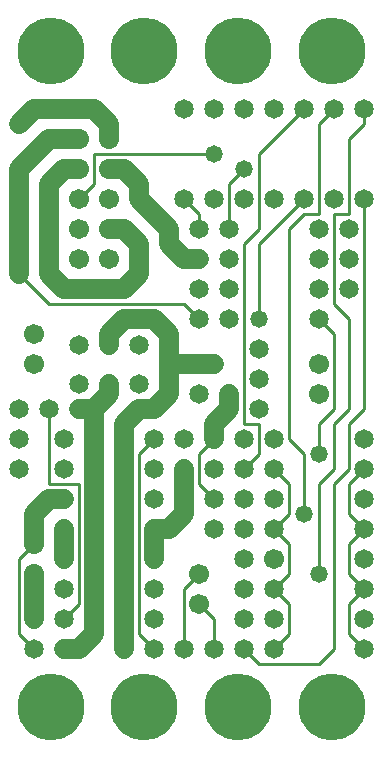
<source format=gtl>
%MOIN*%
%FSLAX25Y25*%
G04 D10 used for Character Trace; *
G04     Circle (OD=.01000) (No hole)*
G04 D11 used for Power Trace; *
G04     Circle (OD=.06500) (No hole)*
G04 D12 used for Signal Trace; *
G04     Circle (OD=.01100) (No hole)*
G04 D13 used for Via; *
G04     Circle (OD=.05800) (Round. Hole ID=.02800)*
G04 D14 used for Component hole; *
G04     Circle (OD=.06500) (Round. Hole ID=.03500)*
G04 D15 used for Component hole; *
G04     Circle (OD=.06700) (Round. Hole ID=.04300)*
G04 D16 used for Component hole; *
G04     Circle (OD=.08100) (Round. Hole ID=.05100)*
G04 D17 used for Component hole; *
G04     Circle (OD=.08900) (Round. Hole ID=.05900)*
G04 D18 used for Component hole; *
G04     Circle (OD=.11300) (Round. Hole ID=.08300)*
G04 D19 used for Component hole; *
G04     Circle (OD=.16000) (Round. Hole ID=.13000)*
G04 D20 used for Component hole; *
G04     Circle (OD=.18300) (Round. Hole ID=.15300)*
G04 D21 used for Component hole; *
G04     Circle (OD=.22291) (Round. Hole ID=.19291)*
%ADD10C,.01000*%
%ADD11C,.06500*%
%ADD12C,.01100*%
%ADD13C,.05800*%
%ADD14C,.06500*%
%ADD15C,.06700*%
%ADD16C,.08100*%
%ADD17C,.08900*%
%ADD18C,.11300*%
%ADD19C,.16000*%
%ADD20C,.18300*%
%ADD21C,.22291*%
%IPPOS*%
%LPD*%
G90*X0Y0D02*D21*X15625Y15625D03*D11*              
X20000Y35000D02*X25000D01*D14*X20000D03*D11*      
X25000D02*X30000Y40000D01*Y115000D01*X25000D01*   
D14*D03*D11*X30000D02*X35000Y120000D01*Y123500D01*
D14*D03*D11*X40000Y110000D02*X45000Y115000D01*    
X40000Y75000D02*Y110000D01*D13*Y75000D03*D11*     
Y35000D01*D13*D03*D12*X50000D02*X45000Y40000D01*  
D14*X50000Y35000D03*D12*X45000Y40000D02*          
Y100000D01*X50000Y105000D01*D14*D03*              
X60000Y95000D03*D11*Y80000D01*X55000Y75000D01*    
X50000D01*D14*D03*D11*Y65000D01*D14*D03*D12*      
X60000Y35000D02*Y55000D01*D14*Y35000D03*D12*      
X70000D02*Y45000D01*D14*Y35000D03*X80000Y45000D03*
Y35000D03*D12*X85000Y30000D01*X105000D01*         
X110000Y35000D01*Y90000D01*X115000Y95000D01*      
Y110000D01*X120000Y115000D01*Y185000D01*D14*D03*  
D12*X110000Y180000D02*X115000D01*                 
X110000Y150000D02*Y180000D01*X115000Y145000D02*   
X110000Y150000D01*X115000Y115000D02*Y145000D01*   
X110000Y110000D02*X115000Y115000D01*              
X110000Y95000D02*Y110000D01*X105000Y90000D02*     
X110000Y95000D01*X105000Y60000D02*Y90000D01*D13*  
Y60000D03*D12*X115000Y40000D02*Y50000D01*         
X120000Y35000D02*X115000Y40000D01*D14*            
X120000Y35000D03*Y45000D03*D12*X115000Y50000D02*  
X120000Y55000D01*D14*D03*D12*X115000Y60000D01*    
Y70000D01*X120000Y75000D01*D14*D03*D12*           
X115000Y80000D01*Y90000D01*X120000Y95000D01*D14*  
D03*Y105000D03*Y85000D03*D12*X105000Y100000D02*   
Y110000D01*D13*Y100000D03*D12*X100000Y80000D02*   
Y100000D01*D13*Y80000D03*D12*X90000Y75000D02*     
X95000Y80000D01*D14*X90000Y75000D03*D12*          
X95000Y70000D01*Y60000D01*X90000Y55000D01*D14*D03*
D12*X95000Y50000D01*Y40000D01*X90000Y35000D01*D14*
D03*Y45000D03*D21*X109375Y15625D03*D12*           
X70000Y45000D02*X65000Y50000D01*D15*D03*D12*      
X60000Y55000D02*X65000Y60000D01*D15*D03*D14*      
X80000Y75000D03*X50000Y45000D03*X80000Y55000D03*  
X70000Y75000D03*X80000Y65000D03*X50000Y55000D03*  
X90000Y85000D03*X80000D03*X70000D03*D12*          
X65000Y90000D01*Y100000D01*X70000Y105000D01*D14*  
D03*D11*Y110000D01*X75000Y115000D01*Y120000D01*   
D14*D03*D12*X85000Y100000D02*Y110000D01*          
X80000Y95000D02*X85000Y100000D01*D14*             
X80000Y95000D03*X90000Y105000D03*Y95000D03*D12*   
X95000Y90000D01*Y80000D01*D15*X90000Y65000D03*D12*
X100000Y100000D02*X95000Y105000D01*Y175000D01*    
X100000Y180000D01*X105000D01*Y210000D01*          
X110000Y215000D01*D14*D03*D12*X115000Y205000D02*  
X120000Y210000D01*X115000Y180000D02*Y205000D01*   
D14*X110000Y185000D03*X115000Y175000D03*          
X105000D03*Y165000D03*X100000Y185000D03*D12*      
X85000Y170000D01*Y145000D01*D13*D03*D14*          
X75000Y155000D03*Y145000D03*X85000Y135000D03*     
X70000Y130000D03*D11*X55000D01*Y120000D01*        
X50000Y115000D01*X45000D01*D14*Y123500D03*        
X60000Y105000D03*D11*X55000Y130000D02*Y140000D01* 
X50000Y145000D01*X40000D01*X35000Y140000D01*      
Y136500D01*D14*D03*X25000Y123500D03*              
X45000Y136500D03*X25000D03*X15000Y115000D03*D12*  
Y90000D01*X25000D01*Y50000D01*X20000Y45000D01*D14*
D03*X10000Y35000D03*D12*X5000Y40000D01*Y65000D01* 
X10000Y70000D01*D15*D03*D11*Y80000D01*            
X15000Y85000D01*X20000D01*D14*D03*Y95000D03*      
Y75000D03*D11*Y65000D01*D14*D03*Y55000D03*D15*    
X10000Y60000D03*D11*Y45000D01*D14*D03*D21*        
X46875Y15625D03*D14*X50000Y85000D03*Y95000D03*    
X5000D03*X20000Y105000D03*X5000D03*               
X70000Y95000D03*D21*X78125Y15625D03*D14*          
X5000Y115000D03*X80000Y105000D03*D12*Y110000D02*  
X85000D01*D14*Y115000D03*D12*X80000Y110000D02*    
Y170000D01*X85000Y175000D01*Y200000D01*           
X100000Y215000D01*D14*D03*X90000D03*D21*          
X78125Y234375D03*D13*X80000Y195000D03*D12*        
X75000Y190000D01*Y175000D01*D14*D03*              
X65000Y165000D03*D11*X60000D01*X55000Y170000D01*  
Y175000D01*D14*D03*D11*X45000Y185000D01*          
Y190000D01*X40000Y195000D01*X35000D01*D15*D03*D12*
X30000Y190000D02*Y200000D01*X25000Y185000D02*     
X30000Y190000D01*D15*X25000Y185000D03*            
X35000Y175000D03*D11*X40000D01*X45000Y170000D01*  
Y160000D01*X40000Y155000D01*X20000D01*            
X15000Y160000D01*Y190000D01*X20000Y195000D01*     
X25000D01*D15*D03*D12*X30000Y200000D02*X70000D01* 
D13*D03*D14*X80000Y215000D03*X60000Y185000D03*D12*
X65000Y180000D01*Y175000D01*D14*D03*              
X75000Y165000D03*X70000Y185000D03*X80000D03*      
X65000Y155000D03*D12*Y145000D02*X60000Y150000D01* 
D14*X65000Y145000D03*D12*X15000Y150000D02*        
X60000D01*X15000D02*X5000Y160000D01*D14*D03*D11*  
Y195000D01*X15000Y205000D01*X25000D01*D15*D03*D11*
X35000Y210000D02*X30000Y215000D01*                
X35000Y205000D02*Y210000D01*D15*Y205000D03*D11*   
X10000Y215000D02*X30000D01*X5000Y210000D02*       
X10000Y215000D01*D13*X5000Y210000D03*D21*         
X15625Y234375D03*D15*X35000Y185000D03*            
X25000Y175000D03*D21*X46875Y234375D03*D15*        
X25000Y165000D03*X35000D03*D14*X60000Y215000D03*  
X70000D03*D15*X10000Y140000D03*Y130000D03*D14*    
X90000Y185000D03*X85000Y125000D03*                
X65000Y120000D03*D12*X105000Y110000D02*           
X110000Y115000D01*Y140000D01*X105000Y145000D01*   
D14*D03*X115000Y155000D03*X105000D03*D15*         
Y130000D03*D14*X115000Y165000D03*D15*             
X105000Y120000D03*D12*X120000Y210000D02*          
Y215000D01*D14*D03*D21*X109375Y234375D03*D14*     
X120000Y65000D03*M02*                             

</source>
